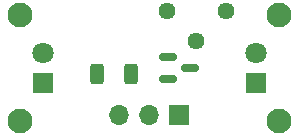
<source format=gbr>
%TF.GenerationSoftware,KiCad,Pcbnew,(6.0.4)*%
%TF.CreationDate,2024-08-12T15:42:03+08:00*%
%TF.ProjectId,laser tanks,6c617365-7220-4746-916e-6b732e6b6963,rev?*%
%TF.SameCoordinates,Original*%
%TF.FileFunction,Soldermask,Top*%
%TF.FilePolarity,Negative*%
%FSLAX46Y46*%
G04 Gerber Fmt 4.6, Leading zero omitted, Abs format (unit mm)*
G04 Created by KiCad (PCBNEW (6.0.4)) date 2024-08-12 15:42:03*
%MOMM*%
%LPD*%
G01*
G04 APERTURE LIST*
G04 Aperture macros list*
%AMRoundRect*
0 Rectangle with rounded corners*
0 $1 Rounding radius*
0 $2 $3 $4 $5 $6 $7 $8 $9 X,Y pos of 4 corners*
0 Add a 4 corners polygon primitive as box body*
4,1,4,$2,$3,$4,$5,$6,$7,$8,$9,$2,$3,0*
0 Add four circle primitives for the rounded corners*
1,1,$1+$1,$2,$3*
1,1,$1+$1,$4,$5*
1,1,$1+$1,$6,$7*
1,1,$1+$1,$8,$9*
0 Add four rect primitives between the rounded corners*
20,1,$1+$1,$2,$3,$4,$5,0*
20,1,$1+$1,$4,$5,$6,$7,0*
20,1,$1+$1,$6,$7,$8,$9,0*
20,1,$1+$1,$8,$9,$2,$3,0*%
G04 Aperture macros list end*
%ADD10C,2.100000*%
%ADD11C,1.440000*%
%ADD12RoundRect,0.150000X-0.587500X-0.150000X0.587500X-0.150000X0.587500X0.150000X-0.587500X0.150000X0*%
%ADD13R,1.800000X1.800000*%
%ADD14C,1.800000*%
%ADD15RoundRect,0.250000X-0.312500X-0.625000X0.312500X-0.625000X0.312500X0.625000X-0.312500X0.625000X0*%
%ADD16R,1.700000X1.700000*%
%ADD17O,1.700000X1.700000*%
G04 APERTURE END LIST*
D10*
%TO.C,REF\u002A\u002A*%
X104000000Y-112000000D03*
%TD*%
%TO.C,REF\u002A\u002A*%
X104000000Y-103000000D03*
%TD*%
%TO.C,REF\u002A\u002A*%
X126000000Y-103000000D03*
%TD*%
%TO.C,REF\u002A\u002A*%
X126000000Y-112000000D03*
%TD*%
D11*
%TO.C,RV1*%
X116475000Y-102675000D03*
X118975000Y-105175000D03*
X121475000Y-102675000D03*
%TD*%
D12*
%TO.C,Q3*%
X116562500Y-106550000D03*
X116562500Y-108450000D03*
X118437500Y-107500000D03*
%TD*%
D13*
%TO.C,Q2*%
X124000000Y-108770000D03*
D14*
X124000000Y-106230000D03*
%TD*%
D13*
%TO.C,Q1*%
X106000000Y-108770000D03*
D14*
X106000000Y-106230000D03*
%TD*%
D15*
%TO.C,R1*%
X110537500Y-108000000D03*
X113462500Y-108000000D03*
%TD*%
D16*
%TO.C,J1*%
X117500000Y-111500000D03*
D17*
X114960000Y-111500000D03*
X112420000Y-111500000D03*
%TD*%
M02*

</source>
